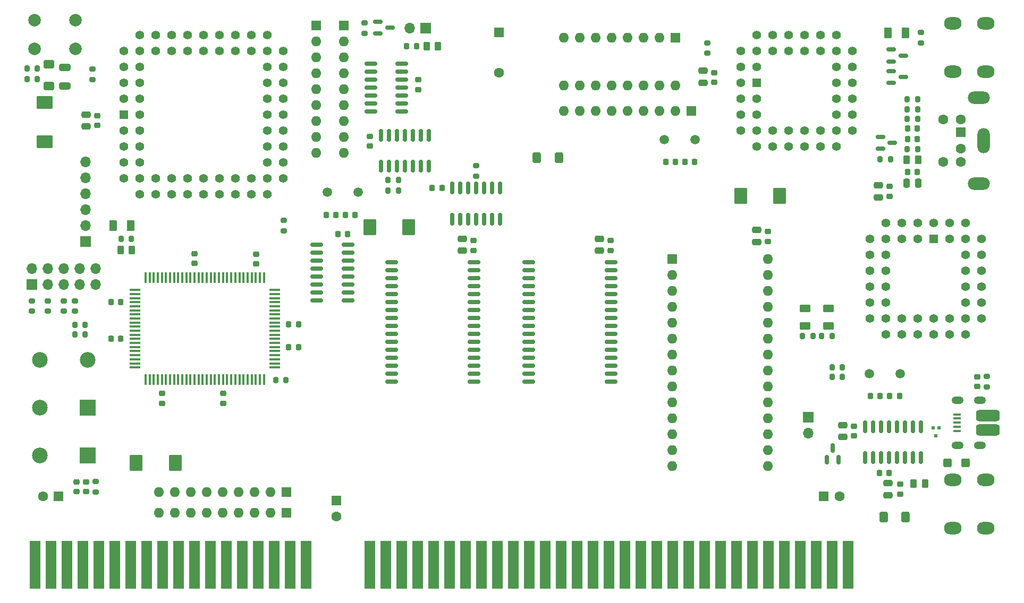
<source format=gbr>
%TF.GenerationSoftware,KiCad,Pcbnew,7.0.2*%
%TF.CreationDate,2024-02-27T21:07:56+01:00*%
%TF.ProjectId,v50_sbc,7635305f-7362-4632-9e6b-696361645f70,rev?*%
%TF.SameCoordinates,Original*%
%TF.FileFunction,Soldermask,Top*%
%TF.FilePolarity,Negative*%
%FSLAX46Y46*%
G04 Gerber Fmt 4.6, Leading zero omitted, Abs format (unit mm)*
G04 Created by KiCad (PCBNEW 7.0.2) date 2024-02-27 21:07:56*
%MOMM*%
%LPD*%
G01*
G04 APERTURE LIST*
G04 Aperture macros list*
%AMRoundRect*
0 Rectangle with rounded corners*
0 $1 Rounding radius*
0 $2 $3 $4 $5 $6 $7 $8 $9 X,Y pos of 4 corners*
0 Add a 4 corners polygon primitive as box body*
4,1,4,$2,$3,$4,$5,$6,$7,$8,$9,$2,$3,0*
0 Add four circle primitives for the rounded corners*
1,1,$1+$1,$2,$3*
1,1,$1+$1,$4,$5*
1,1,$1+$1,$6,$7*
1,1,$1+$1,$8,$9*
0 Add four rect primitives between the rounded corners*
20,1,$1+$1,$2,$3,$4,$5,0*
20,1,$1+$1,$4,$5,$6,$7,0*
20,1,$1+$1,$6,$7,$8,$9,0*
20,1,$1+$1,$8,$9,$2,$3,0*%
G04 Aperture macros list end*
%ADD10RoundRect,0.250000X-0.400000X-0.450000X0.400000X-0.450000X0.400000X0.450000X-0.400000X0.450000X0*%
%ADD11R,1.600000X1.600000*%
%ADD12C,1.600000*%
%ADD13O,1.600000X1.600000*%
%ADD14C,1.500000*%
%ADD15RoundRect,0.225000X0.250000X-0.225000X0.250000X0.225000X-0.250000X0.225000X-0.250000X-0.225000X0*%
%ADD16RoundRect,0.200000X-0.200000X-0.275000X0.200000X-0.275000X0.200000X0.275000X-0.200000X0.275000X0*%
%ADD17O,3.500000X2.000000*%
%ADD18O,2.000000X4.000000*%
%ADD19RoundRect,0.100000X0.100000X-0.775000X0.100000X0.775000X-0.100000X0.775000X-0.100000X-0.775000X0*%
%ADD20RoundRect,0.100000X0.775000X-0.100000X0.775000X0.100000X-0.775000X0.100000X-0.775000X-0.100000X0*%
%ADD21RoundRect,0.200000X-0.275000X0.200000X-0.275000X-0.200000X0.275000X-0.200000X0.275000X0.200000X0*%
%ADD22RoundRect,0.225000X-0.225000X-0.250000X0.225000X-0.250000X0.225000X0.250000X-0.225000X0.250000X0*%
%ADD23RoundRect,0.200000X0.275000X-0.200000X0.275000X0.200000X-0.275000X0.200000X-0.275000X-0.200000X0*%
%ADD24RoundRect,0.200000X0.200000X0.275000X-0.200000X0.275000X-0.200000X-0.275000X0.200000X-0.275000X0*%
%ADD25RoundRect,0.150000X-0.587500X-0.150000X0.587500X-0.150000X0.587500X0.150000X-0.587500X0.150000X0*%
%ADD26RoundRect,0.150000X0.150000X-0.587500X0.150000X0.587500X-0.150000X0.587500X-0.150000X-0.587500X0*%
%ADD27RoundRect,0.250000X-0.787500X-1.025000X0.787500X-1.025000X0.787500X1.025000X-0.787500X1.025000X0*%
%ADD28RoundRect,0.250000X-0.375000X-0.625000X0.375000X-0.625000X0.375000X0.625000X-0.375000X0.625000X0*%
%ADD29RoundRect,0.250000X-0.475000X0.250000X-0.475000X-0.250000X0.475000X-0.250000X0.475000X0.250000X0*%
%ADD30RoundRect,0.225000X-0.250000X0.225000X-0.250000X-0.225000X0.250000X-0.225000X0.250000X0.225000X0*%
%ADD31R,1.700000X1.700000*%
%ADD32O,1.700000X1.700000*%
%ADD33C,2.000000*%
%ADD34RoundRect,0.225000X0.225000X0.250000X-0.225000X0.250000X-0.225000X-0.250000X0.225000X-0.250000X0*%
%ADD35RoundRect,0.250000X-0.625000X0.375000X-0.625000X-0.375000X0.625000X-0.375000X0.625000X0.375000X0*%
%ADD36RoundRect,0.250000X0.475000X-0.250000X0.475000X0.250000X-0.475000X0.250000X-0.475000X-0.250000X0*%
%ADD37RoundRect,0.150000X0.150000X-0.825000X0.150000X0.825000X-0.150000X0.825000X-0.150000X-0.825000X0*%
%ADD38RoundRect,0.150000X-0.825000X-0.150000X0.825000X-0.150000X0.825000X0.150000X-0.825000X0.150000X0*%
%ADD39RoundRect,0.250000X0.787500X1.025000X-0.787500X1.025000X-0.787500X-1.025000X0.787500X-1.025000X0*%
%ADD40RoundRect,0.250000X0.375000X0.625000X-0.375000X0.625000X-0.375000X-0.625000X0.375000X-0.625000X0*%
%ADD41R,1.422400X1.422400*%
%ADD42C,1.422400*%
%ADD43RoundRect,0.250000X0.262500X0.450000X-0.262500X0.450000X-0.262500X-0.450000X0.262500X-0.450000X0*%
%ADD44RoundRect,0.250000X-1.025000X0.787500X-1.025000X-0.787500X1.025000X-0.787500X1.025000X0.787500X0*%
%ADD45RoundRect,0.250000X0.650000X-0.325000X0.650000X0.325000X-0.650000X0.325000X-0.650000X-0.325000X0*%
%ADD46R,1.780000X7.620000*%
%ADD47RoundRect,0.250000X-0.400000X-0.600000X0.400000X-0.600000X0.400000X0.600000X-0.400000X0.600000X0*%
%ADD48R,0.500000X0.600000*%
%ADD49R,1.300000X0.424600*%
%ADD50O,1.900000X1.200000*%
%ADD51RoundRect,0.450000X1.450000X0.450000X-1.450000X0.450000X-1.450000X-0.450000X1.450000X-0.450000X0*%
%ADD52RoundRect,0.250000X-0.600000X0.400000X-0.600000X-0.400000X0.600000X-0.400000X0.600000X0.400000X0*%
%ADD53O,2.800000X2.000000*%
%ADD54RoundRect,0.250000X-0.262500X-0.450000X0.262500X-0.450000X0.262500X0.450000X-0.262500X0.450000X0*%
%ADD55RoundRect,0.250000X0.400000X0.600000X-0.400000X0.600000X-0.400000X-0.600000X0.400000X-0.600000X0*%
%ADD56RoundRect,0.150000X0.825000X0.150000X-0.825000X0.150000X-0.825000X-0.150000X0.825000X-0.150000X0*%
%ADD57R,2.500000X2.500000*%
%ADD58C,2.500000*%
%ADD59RoundRect,0.250000X0.250000X0.475000X-0.250000X0.475000X-0.250000X-0.475000X0.250000X-0.475000X0*%
%ADD60RoundRect,0.150000X-0.875000X-0.150000X0.875000X-0.150000X0.875000X0.150000X-0.875000X0.150000X0*%
G04 APERTURE END LIST*
D10*
%TO.C,D5*%
X185600000Y-108966000D03*
X182700000Y-108966000D03*
%TD*%
D11*
%TO.C,LS1*%
X111252000Y-40279000D03*
D12*
X111252000Y-46779000D03*
%TD*%
D11*
%TO.C,SW2*%
X139304000Y-41148000D03*
D13*
X136764000Y-41148000D03*
X134224000Y-41148000D03*
X131684000Y-41148000D03*
X129144000Y-41148000D03*
X126604000Y-41148000D03*
X124064000Y-41148000D03*
X121524000Y-41148000D03*
X121524000Y-48768000D03*
X124064000Y-48768000D03*
X126604000Y-48768000D03*
X129144000Y-48768000D03*
X131684000Y-48768000D03*
X134224000Y-48768000D03*
X136764000Y-48768000D03*
X139304000Y-48768000D03*
%TD*%
D14*
%TO.C,Y1*%
X83873000Y-65786000D03*
X88773000Y-65786000D03*
%TD*%
D15*
%TO.C,C4*%
X72517000Y-77216000D03*
X72517000Y-75666000D03*
%TD*%
D16*
%TO.C,R11*%
X36005000Y-47752000D03*
X37655000Y-47752000D03*
%TD*%
D11*
%TO.C,RN5*%
X141859000Y-52832000D03*
D13*
X139319000Y-52832000D03*
X136779000Y-52832000D03*
X134239000Y-52832000D03*
X131699000Y-52832000D03*
X129159000Y-52832000D03*
X126619000Y-52832000D03*
X124079000Y-52832000D03*
X121539000Y-52832000D03*
%TD*%
D16*
%TO.C,FB1*%
X176269000Y-54132000D03*
X177919000Y-54132000D03*
%TD*%
D17*
%TO.C,J3*%
X187635000Y-64411000D03*
X187635000Y-50711000D03*
D11*
X184785000Y-56261000D03*
D12*
X184785000Y-58861000D03*
X184785000Y-54161000D03*
X184785000Y-60961000D03*
X181985000Y-54161000D03*
X181985000Y-60961000D03*
D18*
X188435000Y-57561000D03*
%TD*%
D19*
%TO.C,U5*%
X54913296Y-95697295D03*
X55563296Y-95697295D03*
X56213296Y-95697295D03*
X56863296Y-95697295D03*
X57513296Y-95697295D03*
X58163296Y-95697295D03*
X58813296Y-95697295D03*
X59463296Y-95697295D03*
X60113296Y-95697295D03*
X60763296Y-95697295D03*
X61413296Y-95697295D03*
X62063296Y-95697295D03*
X62713296Y-95697295D03*
X63363296Y-95697295D03*
X64013296Y-95697295D03*
X64663296Y-95697295D03*
X65313296Y-95697295D03*
X65963296Y-95697295D03*
X66613296Y-95697295D03*
X67263296Y-95697295D03*
X67913296Y-95697295D03*
X68563296Y-95697295D03*
X69213296Y-95697295D03*
X69863296Y-95697295D03*
X70513296Y-95697295D03*
X71163296Y-95697295D03*
X71813296Y-95697295D03*
X72463296Y-95697295D03*
X73113296Y-95697295D03*
X73763296Y-95697295D03*
D20*
X75463296Y-93747295D03*
X75463296Y-93097295D03*
X75463296Y-92447295D03*
X75463296Y-91797295D03*
X75463296Y-91147295D03*
X75463296Y-90497295D03*
X75463296Y-89847295D03*
X75463296Y-89197295D03*
X75463296Y-88547295D03*
X75463296Y-87897295D03*
X75463296Y-87247295D03*
X75463296Y-86597295D03*
X75463296Y-85947295D03*
X75463296Y-85297295D03*
X75463296Y-84647295D03*
X75463296Y-83997295D03*
X75463296Y-83347295D03*
X75463296Y-82697295D03*
X75463296Y-82047295D03*
X75463296Y-81397295D03*
D19*
X73763296Y-79447295D03*
X73113296Y-79447295D03*
X72463296Y-79447295D03*
X71813296Y-79447295D03*
X71163296Y-79447295D03*
X70513296Y-79447295D03*
X69863296Y-79447295D03*
X69213296Y-79447295D03*
X68563296Y-79447295D03*
X67913296Y-79447295D03*
X67263296Y-79447295D03*
X66613296Y-79447295D03*
X65963296Y-79447295D03*
X65313296Y-79447295D03*
X64663296Y-79447295D03*
X64013296Y-79447295D03*
X63363296Y-79447295D03*
X62713296Y-79447295D03*
X62063296Y-79447295D03*
X61413296Y-79447295D03*
X60763296Y-79447295D03*
X60113296Y-79447295D03*
X59463296Y-79447295D03*
X58813296Y-79447295D03*
X58163296Y-79447295D03*
X57513296Y-79447295D03*
X56863296Y-79447295D03*
X56213296Y-79447295D03*
X55563296Y-79447295D03*
X54913296Y-79447295D03*
D20*
X53213296Y-81397295D03*
X53213296Y-82047295D03*
X53213296Y-82697295D03*
X53213296Y-83347295D03*
X53213296Y-83997295D03*
X53213296Y-84647295D03*
X53213296Y-85297295D03*
X53213296Y-85947295D03*
X53213296Y-86597295D03*
X53213296Y-87247295D03*
X53213296Y-87897295D03*
X53213296Y-88547295D03*
X53213296Y-89197295D03*
X53213296Y-89847295D03*
X53213296Y-90497295D03*
X53213296Y-91147295D03*
X53213296Y-91797295D03*
X53213296Y-92447295D03*
X53213296Y-93097295D03*
X53213296Y-93747295D03*
%TD*%
D21*
%TO.C,R21*%
X43688000Y-83122000D03*
X43688000Y-84772000D03*
%TD*%
D11*
%TO.C,U7*%
X138811000Y-76454000D03*
D13*
X138811000Y-78994000D03*
X138811000Y-81534000D03*
X138811000Y-84074000D03*
X138811000Y-86614000D03*
X138811000Y-89154000D03*
X138811000Y-91694000D03*
X138811000Y-94234000D03*
X138811000Y-96774000D03*
X138811000Y-99314000D03*
X138811000Y-101854000D03*
X138811000Y-104394000D03*
X138811000Y-106934000D03*
X138811000Y-109474000D03*
X154051000Y-109474000D03*
X154051000Y-106934000D03*
X154051000Y-104394000D03*
X154051000Y-101854000D03*
X154051000Y-99314000D03*
X154051000Y-96774000D03*
X154051000Y-94234000D03*
X154051000Y-91694000D03*
X154051000Y-89154000D03*
X154051000Y-86614000D03*
X154051000Y-84074000D03*
X154051000Y-81534000D03*
X154051000Y-78994000D03*
X154051000Y-76454000D03*
%TD*%
D22*
%TO.C,C2*%
X77711000Y-90551000D03*
X79261000Y-90551000D03*
%TD*%
D23*
%TO.C,R9*%
X89789000Y-40449000D03*
X89789000Y-38799000D03*
%TD*%
D24*
%TO.C,R2*%
X45275000Y-88519000D03*
X43625000Y-88519000D03*
%TD*%
D25*
%TO.C,Q2*%
X173743300Y-43058000D03*
X173743300Y-44958000D03*
X175618300Y-44008000D03*
%TD*%
D15*
%TO.C,C12*%
X154051000Y-73625000D03*
X154051000Y-72075000D03*
%TD*%
D26*
%TO.C,D10*%
X163454000Y-108458000D03*
X165354000Y-108458000D03*
X164404000Y-106583000D03*
%TD*%
D11*
%TO.C,RN4*%
X82137000Y-39243000D03*
D13*
X82137000Y-41783000D03*
X82137000Y-44323000D03*
X82137000Y-46863000D03*
X82137000Y-49403000D03*
X82137000Y-51943000D03*
X82137000Y-54483000D03*
X82137000Y-57023000D03*
X82137000Y-59563000D03*
%TD*%
D27*
%TO.C,C37*%
X90638900Y-71374000D03*
X96863900Y-71374000D03*
%TD*%
D28*
%TO.C,D3*%
X173225000Y-40386000D03*
X176025000Y-40386000D03*
%TD*%
D29*
%TO.C,C40*%
X173228000Y-112207000D03*
X173228000Y-114107000D03*
%TD*%
D30*
%TO.C,C45*%
X167767000Y-103111000D03*
X167767000Y-104661000D03*
%TD*%
D31*
%TO.C,J4*%
X36830000Y-80523000D03*
D32*
X36830000Y-77983000D03*
X39370000Y-80523000D03*
X39370000Y-77983000D03*
X41910000Y-80523000D03*
X41910000Y-77983000D03*
X44450000Y-80523000D03*
X44450000Y-77983000D03*
X46990000Y-80523000D03*
X46990000Y-77983000D03*
%TD*%
D33*
%TO.C,SW1*%
X43763000Y-38390000D03*
X37263000Y-38390000D03*
X43763000Y-42890000D03*
X37263000Y-42890000D03*
%TD*%
D22*
%TO.C,C21*%
X137769000Y-60960000D03*
X139319000Y-60960000D03*
%TD*%
D14*
%TO.C,Y2*%
X137594000Y-57404000D03*
X142494000Y-57404000D03*
%TD*%
D11*
%TO.C,RN1*%
X77343000Y-113665000D03*
D13*
X74803000Y-113665000D03*
X72263000Y-113665000D03*
X69723000Y-113665000D03*
X67183000Y-113665000D03*
X64643000Y-113665000D03*
X62103000Y-113665000D03*
X59563000Y-113665000D03*
X57023000Y-113665000D03*
%TD*%
D16*
%TO.C,R25*%
X162624000Y-88773000D03*
X164274000Y-88773000D03*
%TD*%
D30*
%TO.C,C39*%
X45466000Y-112001000D03*
X45466000Y-113551000D03*
%TD*%
D24*
%TO.C,R28*%
X165925000Y-93726000D03*
X164275000Y-93726000D03*
%TD*%
D23*
%TO.C,R17*%
X178435000Y-41973000D03*
X178435000Y-40323000D03*
%TD*%
D15*
%TO.C,C13*%
X129032000Y-75070000D03*
X129032000Y-73520000D03*
%TD*%
D34*
%TO.C,C43*%
X175032000Y-98298000D03*
X173482000Y-98298000D03*
%TD*%
%TO.C,C46*%
X173368000Y-110617000D03*
X171818000Y-110617000D03*
%TD*%
D35*
%TO.C,D6*%
X160020000Y-84325000D03*
X160020000Y-87125000D03*
%TD*%
D34*
%TO.C,C20*%
X85230000Y-69469000D03*
X83680000Y-69469000D03*
%TD*%
D35*
%TO.C,D7*%
X163703000Y-84325000D03*
X163703000Y-87125000D03*
%TD*%
D25*
%TO.C,Q3*%
X173736000Y-46487000D03*
X173736000Y-48387000D03*
X175611000Y-47437000D03*
%TD*%
D31*
%TO.C,JP2*%
X160528000Y-101727000D03*
D32*
X160528000Y-104267000D03*
%TD*%
D36*
%TO.C,C15*%
X152273000Y-73721000D03*
X152273000Y-71821000D03*
%TD*%
D31*
%TO.C,J5*%
X45339000Y-73660000D03*
D32*
X45339000Y-71120000D03*
X45339000Y-68580000D03*
X45339000Y-66040000D03*
X45339000Y-63500000D03*
X45339000Y-60960000D03*
%TD*%
D37*
%TO.C,U12*%
X169545000Y-108139000D03*
X170815000Y-108139000D03*
X172085000Y-108139000D03*
X173355000Y-108139000D03*
X174625000Y-108139000D03*
X175895000Y-108139000D03*
X177165000Y-108139000D03*
X178435000Y-108139000D03*
X178435000Y-103189000D03*
X177165000Y-103189000D03*
X175895000Y-103189000D03*
X174625000Y-103189000D03*
X173355000Y-103189000D03*
X172085000Y-103189000D03*
X170815000Y-103189000D03*
X169545000Y-103189000D03*
%TD*%
D38*
%TO.C,U9*%
X82201500Y-74168000D03*
X82201500Y-75438000D03*
X82201500Y-76708000D03*
X82201500Y-77978000D03*
X82201500Y-79248000D03*
X82201500Y-80518000D03*
X82201500Y-81788000D03*
X82201500Y-83058000D03*
X87151500Y-83058000D03*
X87151500Y-81788000D03*
X87151500Y-80518000D03*
X87151500Y-79248000D03*
X87151500Y-77978000D03*
X87151500Y-76708000D03*
X87151500Y-75438000D03*
X87151500Y-74168000D03*
%TD*%
D34*
%TO.C,C25*%
X98057000Y-42545000D03*
X96507000Y-42545000D03*
%TD*%
D24*
%TO.C,R13*%
X177913800Y-52552600D03*
X176263800Y-52552600D03*
%TD*%
%TO.C,R16*%
X52641000Y-73279000D03*
X50991000Y-73279000D03*
%TD*%
D39*
%TO.C,C36*%
X59627500Y-108966000D03*
X53402500Y-108966000D03*
%TD*%
D40*
%TO.C,D2*%
X52581000Y-71120000D03*
X49781000Y-71120000D03*
%TD*%
D30*
%TO.C,C38*%
X43942000Y-112001000D03*
X43942000Y-113551000D03*
%TD*%
%TO.C,C47*%
X187452000Y-95224000D03*
X187452000Y-96774000D03*
%TD*%
D41*
%TO.C,U6*%
X152273000Y-48387000D03*
D42*
X149733000Y-50927000D03*
X152273000Y-50927000D03*
X149733000Y-53467000D03*
X152273000Y-53467000D03*
X149733000Y-56007000D03*
X152273000Y-58547000D03*
X152273000Y-56007000D03*
X154813000Y-58547000D03*
X154813000Y-56007000D03*
X157353000Y-58547000D03*
X157353000Y-56007000D03*
X159893000Y-58547000D03*
X159893000Y-56007000D03*
X162433000Y-58547000D03*
X162433000Y-56007000D03*
X164973000Y-58547000D03*
X167513000Y-56007000D03*
X164973000Y-56007000D03*
X167513000Y-53467000D03*
X164973000Y-53467000D03*
X167513000Y-50927000D03*
X164973000Y-50927000D03*
X167513000Y-48387000D03*
X164973000Y-48387000D03*
X167513000Y-45847000D03*
X164973000Y-45847000D03*
X167513000Y-43307000D03*
X164973000Y-40767000D03*
X164973000Y-43307000D03*
X162433000Y-40767000D03*
X162433000Y-43307000D03*
X159893000Y-40767000D03*
X159893000Y-43307000D03*
X157353000Y-40767000D03*
X157353000Y-43307000D03*
X154813000Y-40767000D03*
X154813000Y-43307000D03*
X152273000Y-40767000D03*
X149733000Y-43307000D03*
X152273000Y-43307000D03*
X149733000Y-45847000D03*
X152273000Y-45847000D03*
X149733000Y-48387000D03*
%TD*%
D24*
%TO.C,R7*%
X95186000Y-65532000D03*
X93536000Y-65532000D03*
%TD*%
D16*
%TO.C,R4*%
X75629000Y-95758000D03*
X77279000Y-95758000D03*
%TD*%
D31*
%TO.C,JP1*%
X99573000Y-39624000D03*
D32*
X97033000Y-39624000D03*
%TD*%
D21*
%TO.C,R19*%
X39370000Y-83122000D03*
X39370000Y-84772000D03*
%TD*%
D43*
%TO.C,FB5*%
X179093500Y-112268000D03*
X177268500Y-112268000D03*
%TD*%
D44*
%TO.C,C35*%
X38862000Y-51497500D03*
X38862000Y-57722500D03*
%TD*%
D25*
%TO.C,Q1*%
X91948000Y-38613000D03*
X91948000Y-40513000D03*
X93823000Y-39563000D03*
%TD*%
D45*
%TO.C,C26*%
X42037000Y-48846000D03*
X42037000Y-45896000D03*
%TD*%
D34*
%TO.C,C6*%
X50940000Y-83312000D03*
X49390000Y-83312000D03*
%TD*%
D46*
%TO.C,J1*%
X37338000Y-125222000D03*
X39878000Y-125222000D03*
X42418000Y-125222000D03*
X44958000Y-125222000D03*
X47498000Y-125222000D03*
X50038000Y-125222000D03*
X52578000Y-125222000D03*
X55118000Y-125222000D03*
X57658000Y-125222000D03*
X60198000Y-125222000D03*
X62738000Y-125222000D03*
X65278000Y-125222000D03*
X67818000Y-125222000D03*
X70358000Y-125222000D03*
X72898000Y-125222000D03*
X75438000Y-125222000D03*
X77978000Y-125222000D03*
X80518000Y-125222000D03*
X90678000Y-125222000D03*
X93218000Y-125222000D03*
X95758000Y-125222000D03*
X98298000Y-125222000D03*
X100838000Y-125222000D03*
X103378000Y-125222000D03*
X105918000Y-125222000D03*
X108458000Y-125222000D03*
X110998000Y-125222000D03*
X113538000Y-125222000D03*
X116078000Y-125222000D03*
X118618000Y-125222000D03*
X121158000Y-125222000D03*
X123698000Y-125222000D03*
X126238000Y-125222000D03*
X128778000Y-125222000D03*
X131318000Y-125222000D03*
X133858000Y-125222000D03*
X136398000Y-125222000D03*
X138938000Y-125222000D03*
X141478000Y-125222000D03*
X144018000Y-125222000D03*
X146558000Y-125222000D03*
X149098000Y-125222000D03*
X151638000Y-125222000D03*
X154178000Y-125222000D03*
X156718000Y-125222000D03*
X159258000Y-125222000D03*
X161798000Y-125222000D03*
X164338000Y-125222000D03*
X166878000Y-125222000D03*
%TD*%
D29*
%TO.C,C28*%
X45466000Y-53406000D03*
X45466000Y-55306000D03*
%TD*%
D47*
%TO.C,D9*%
X117249000Y-60325000D03*
X120749000Y-60325000D03*
%TD*%
D23*
%TO.C,R23*%
X188976000Y-96824000D03*
X188976000Y-95174000D03*
%TD*%
D34*
%TO.C,C29*%
X177863800Y-62560200D03*
X176313800Y-62560200D03*
%TD*%
D23*
%TO.C,R5*%
X76962000Y-71945000D03*
X76962000Y-70295000D03*
%TD*%
D15*
%TO.C,C34*%
X145542000Y-48273000D03*
X145542000Y-46723000D03*
%TD*%
%TO.C,C11*%
X107188000Y-75070000D03*
X107188000Y-73520000D03*
%TD*%
D16*
%TO.C,FB2*%
X176269000Y-58958000D03*
X177919000Y-58958000D03*
%TD*%
D48*
%TO.C,D4*%
X181356000Y-103378000D03*
X180356000Y-103378000D03*
X180856000Y-104678000D03*
%TD*%
D24*
%TO.C,R27*%
X165925000Y-95250000D03*
X164275000Y-95250000D03*
%TD*%
D23*
%TO.C,FB4*%
X46990000Y-113601000D03*
X46990000Y-111951000D03*
%TD*%
D14*
%TO.C,Y3*%
X175170000Y-94742000D03*
X170270000Y-94742000D03*
%TD*%
D36*
%TO.C,C14*%
X105410000Y-75118000D03*
X105410000Y-73218000D03*
%TD*%
%TO.C,C41*%
X171704000Y-66609000D03*
X171704000Y-64709000D03*
%TD*%
D22*
%TO.C,C50*%
X86728000Y-69469000D03*
X88278000Y-69469000D03*
%TD*%
D30*
%TO.C,C3*%
X67310000Y-97904000D03*
X67310000Y-99454000D03*
%TD*%
D24*
%TO.C,R10*%
X37655000Y-46101000D03*
X36005000Y-46101000D03*
%TD*%
D27*
%TO.C,C49*%
X149731000Y-66421000D03*
X155956000Y-66421000D03*
%TD*%
D34*
%TO.C,C10*%
X87102500Y-72517000D03*
X85552500Y-72517000D03*
%TD*%
D22*
%TO.C,C1*%
X77724000Y-86868000D03*
X79274000Y-86868000D03*
%TD*%
D49*
%TO.C,J2*%
X184237000Y-103851000D03*
X184237000Y-103201000D03*
X184237000Y-102551000D03*
X184237000Y-101901000D03*
X184237000Y-101251000D03*
D50*
X184287000Y-106151000D03*
X187837000Y-106151000D03*
D51*
X189137000Y-103701000D03*
X189137000Y-101401000D03*
D50*
X184287000Y-98951000D03*
X187837000Y-98951000D03*
%TD*%
D30*
%TO.C,C24*%
X90678000Y-56896000D03*
X90678000Y-58446000D03*
%TD*%
D52*
%TO.C,D1*%
X39497000Y-45367000D03*
X39497000Y-48867000D03*
%TD*%
D53*
%TO.C,H1*%
X183540000Y-38898200D03*
X183540000Y-46598200D03*
X188740000Y-38898200D03*
X188740000Y-46598200D03*
%TD*%
D43*
%TO.C,R15*%
X52728500Y-75057000D03*
X50903500Y-75057000D03*
%TD*%
D24*
%TO.C,R6*%
X95186000Y-63881000D03*
X93536000Y-63881000D03*
%TD*%
D22*
%TO.C,C31*%
X176319000Y-57307000D03*
X177869000Y-57307000D03*
%TD*%
D21*
%TO.C,R22*%
X144399000Y-41974000D03*
X144399000Y-43624000D03*
%TD*%
D15*
%TO.C,C5*%
X62738296Y-77160295D03*
X62738296Y-75610295D03*
%TD*%
D11*
%TO.C,RN3*%
X86487000Y-39243000D03*
D13*
X86487000Y-41783000D03*
X86487000Y-44323000D03*
X86487000Y-46863000D03*
X86487000Y-49403000D03*
X86487000Y-51943000D03*
X86487000Y-54483000D03*
X86487000Y-57023000D03*
X86487000Y-59563000D03*
%TD*%
D22*
%TO.C,C22*%
X140830000Y-60960000D03*
X142380000Y-60960000D03*
%TD*%
D54*
%TO.C,R8*%
X99671500Y-42545000D03*
X101496500Y-42545000D03*
%TD*%
D11*
%TO.C,RN2*%
X77343000Y-116967000D03*
D13*
X74803000Y-116967000D03*
X72263000Y-116967000D03*
X69723000Y-116967000D03*
X67183000Y-116967000D03*
X64643000Y-116967000D03*
X62103000Y-116967000D03*
X59563000Y-116967000D03*
X57023000Y-116967000D03*
%TD*%
D24*
%TO.C,R14*%
X177913800Y-50952400D03*
X176263800Y-50952400D03*
%TD*%
D55*
%TO.C,D8*%
X175994000Y-117602000D03*
X172494000Y-117602000D03*
%TD*%
D15*
%TO.C,C42*%
X173482000Y-66434000D03*
X173482000Y-64884000D03*
%TD*%
D56*
%TO.C,U8*%
X95758000Y-52959000D03*
X95758000Y-51689000D03*
X95758000Y-50419000D03*
X95758000Y-49149000D03*
X95758000Y-47879000D03*
X95758000Y-46609000D03*
X95758000Y-45339000D03*
X90808000Y-45339000D03*
X90808000Y-46609000D03*
X90808000Y-47879000D03*
X90808000Y-49149000D03*
X90808000Y-50419000D03*
X90808000Y-51689000D03*
X90808000Y-52959000D03*
%TD*%
D11*
%TO.C,C17*%
X41060380Y-114300000D03*
D12*
X38560380Y-114300000D03*
%TD*%
D25*
%TO.C,Q4*%
X172036500Y-56962000D03*
X172036500Y-58862000D03*
X173911500Y-57912000D03*
%TD*%
D21*
%TO.C,R18*%
X36830000Y-83122000D03*
X36830000Y-84772000D03*
%TD*%
D36*
%TO.C,C16*%
X127254000Y-75118000D03*
X127254000Y-73218000D03*
%TD*%
D24*
%TO.C,R26*%
X173608000Y-60579000D03*
X171958000Y-60579000D03*
%TD*%
D15*
%TO.C,C51*%
X175133000Y-113932000D03*
X175133000Y-112382000D03*
%TD*%
D57*
%TO.C,X1*%
X45720000Y-107823000D03*
X45720000Y-100203000D03*
D58*
X45720000Y-92583000D03*
X38100000Y-92583000D03*
X38100000Y-107823000D03*
X38100000Y-100203000D03*
%TD*%
D30*
%TO.C,C23*%
X98363000Y-47866000D03*
X98363000Y-49416000D03*
%TD*%
D59*
%TO.C,C30*%
X178038800Y-64338200D03*
X176138800Y-64338200D03*
%TD*%
D21*
%TO.C,R12*%
X107569000Y-61593000D03*
X107569000Y-63243000D03*
%TD*%
D34*
%TO.C,C9*%
X102121000Y-65148000D03*
X100571000Y-65148000D03*
%TD*%
D21*
%TO.C,R20*%
X41910000Y-83122000D03*
X41910000Y-84772000D03*
%TD*%
%TO.C,R3*%
X46482000Y-46165000D03*
X46482000Y-47815000D03*
%TD*%
D60*
%TO.C,U3*%
X94107000Y-76962000D03*
X94107000Y-78232000D03*
X94107000Y-79502000D03*
X94107000Y-80772000D03*
X94107000Y-82042000D03*
X94107000Y-83312000D03*
X94107000Y-84582000D03*
X94107000Y-85852000D03*
X94107000Y-87122000D03*
X94107000Y-88392000D03*
X94107000Y-89662000D03*
X94107000Y-90932000D03*
X94107000Y-92202000D03*
X94107000Y-93472000D03*
X94107000Y-94742000D03*
X94107000Y-96012000D03*
X107207000Y-96012000D03*
X107207000Y-94742000D03*
X107207000Y-93472000D03*
X107207000Y-92202000D03*
X107207000Y-90932000D03*
X107207000Y-89662000D03*
X107207000Y-88392000D03*
X107207000Y-87122000D03*
X107207000Y-85852000D03*
X107207000Y-84582000D03*
X107207000Y-83312000D03*
X107207000Y-82042000D03*
X107207000Y-80772000D03*
X107207000Y-79502000D03*
X107207000Y-78232000D03*
X107207000Y-76962000D03*
%TD*%
D24*
%TO.C,R1*%
X45275000Y-86995000D03*
X43625000Y-86995000D03*
%TD*%
D29*
%TO.C,C48*%
X165989000Y-102936000D03*
X165989000Y-104836000D03*
%TD*%
D36*
%TO.C,C33*%
X143764000Y-48321000D03*
X143764000Y-46421000D03*
%TD*%
D43*
%TO.C,FB3*%
X178001300Y-60655200D03*
X176176300Y-60655200D03*
%TD*%
D34*
%TO.C,C7*%
X50940000Y-89154000D03*
X49390000Y-89154000D03*
%TD*%
D11*
%TO.C,C19*%
X162981000Y-114300000D03*
D12*
X165481000Y-114300000D03*
%TD*%
D41*
%TO.C,U1*%
X51435000Y-53467000D03*
D42*
X53975000Y-53467000D03*
X51435000Y-56007000D03*
X53975000Y-56007000D03*
X51435000Y-58547000D03*
X53975000Y-58547000D03*
X51435000Y-61087000D03*
X53975000Y-61087000D03*
X51435000Y-63627000D03*
X53975000Y-66167000D03*
X53975000Y-63627000D03*
X56515000Y-66167000D03*
X56515000Y-63627000D03*
X59055000Y-66167000D03*
X59055000Y-63627000D03*
X61595000Y-66167000D03*
X61595000Y-63627000D03*
X64135000Y-66167000D03*
X64135000Y-63627000D03*
X66675000Y-66167000D03*
X66675000Y-63627000D03*
X69215000Y-66167000D03*
X69215000Y-63627000D03*
X71755000Y-66167000D03*
X71755000Y-63627000D03*
X74295000Y-66167000D03*
X76835000Y-63627000D03*
X74295000Y-63627000D03*
X76835000Y-61087000D03*
X74295000Y-61087000D03*
X76835000Y-58547000D03*
X74295000Y-58547000D03*
X76835000Y-56007000D03*
X74295000Y-56007000D03*
X76835000Y-53467000D03*
X74295000Y-53467000D03*
X76835000Y-50927000D03*
X74295000Y-50927000D03*
X76835000Y-48387000D03*
X74295000Y-48387000D03*
X76835000Y-45847000D03*
X74295000Y-45847000D03*
X76835000Y-43307000D03*
X74295000Y-40767000D03*
X74295000Y-43307000D03*
X71755000Y-40767000D03*
X71755000Y-43307000D03*
X69215000Y-40767000D03*
X69215000Y-43307000D03*
X66675000Y-40767000D03*
X66675000Y-43307000D03*
X64135000Y-40767000D03*
X64135000Y-43307000D03*
X61595000Y-40767000D03*
X61595000Y-43307000D03*
X59055000Y-40767000D03*
X59055000Y-43307000D03*
X56515000Y-40767000D03*
X56515000Y-43307000D03*
X53975000Y-40767000D03*
X51435000Y-43307000D03*
X53975000Y-43307000D03*
X51435000Y-45847000D03*
X53975000Y-45847000D03*
X51435000Y-48387000D03*
X53975000Y-48387000D03*
X51435000Y-50927000D03*
X53975000Y-50927000D03*
%TD*%
D41*
%TO.C,U10*%
X180467000Y-73279000D03*
D42*
X177927000Y-70739000D03*
X177927000Y-73279000D03*
X175387000Y-70739000D03*
X175387000Y-73279000D03*
X172847000Y-70739000D03*
X170307000Y-73279000D03*
X172847000Y-73279000D03*
X170307000Y-75819000D03*
X172847000Y-75819000D03*
X170307000Y-78359000D03*
X172847000Y-78359000D03*
X170307000Y-80899000D03*
X172847000Y-80899000D03*
X170307000Y-83439000D03*
X172847000Y-83439000D03*
X170307000Y-85979000D03*
X172847000Y-88519000D03*
X172847000Y-85979000D03*
X175387000Y-88519000D03*
X175387000Y-85979000D03*
X177927000Y-88519000D03*
X177927000Y-85979000D03*
X180467000Y-88519000D03*
X180467000Y-85979000D03*
X183007000Y-88519000D03*
X183007000Y-85979000D03*
X185547000Y-88519000D03*
X188087000Y-85979000D03*
X185547000Y-85979000D03*
X188087000Y-83439000D03*
X185547000Y-83439000D03*
X188087000Y-80899000D03*
X185547000Y-80899000D03*
X188087000Y-78359000D03*
X185547000Y-78359000D03*
X188087000Y-75819000D03*
X185547000Y-75819000D03*
X188087000Y-73279000D03*
X185547000Y-70739000D03*
X185547000Y-73279000D03*
X183007000Y-70739000D03*
X183007000Y-73279000D03*
X180467000Y-70739000D03*
%TD*%
D30*
%TO.C,C8*%
X57531000Y-97904000D03*
X57531000Y-99454000D03*
%TD*%
D11*
%TO.C,C18*%
X85344000Y-115022621D03*
D12*
X85344000Y-117522621D03*
%TD*%
D37*
%TO.C,U4*%
X103759000Y-70101000D03*
X105029000Y-70101000D03*
X106299000Y-70101000D03*
X107569000Y-70101000D03*
X108839000Y-70101000D03*
X110109000Y-70101000D03*
X111379000Y-70101000D03*
X111379000Y-65151000D03*
X110109000Y-65151000D03*
X108839000Y-65151000D03*
X107569000Y-65151000D03*
X106299000Y-65151000D03*
X105029000Y-65151000D03*
X103759000Y-65151000D03*
%TD*%
D22*
%TO.C,C32*%
X176319000Y-55656000D03*
X177869000Y-55656000D03*
%TD*%
D37*
%TO.C,U11*%
X92456000Y-61657000D03*
X93726000Y-61657000D03*
X94996000Y-61657000D03*
X96266000Y-61657000D03*
X97536000Y-61657000D03*
X98806000Y-61657000D03*
X100076000Y-61657000D03*
X100076000Y-56707000D03*
X98806000Y-56707000D03*
X97536000Y-56707000D03*
X96266000Y-56707000D03*
X94996000Y-56707000D03*
X93726000Y-56707000D03*
X92456000Y-56707000D03*
%TD*%
D34*
%TO.C,C44*%
X171958000Y-98298000D03*
X170408000Y-98298000D03*
%TD*%
D60*
%TO.C,U2*%
X115951000Y-76962000D03*
X115951000Y-78232000D03*
X115951000Y-79502000D03*
X115951000Y-80772000D03*
X115951000Y-82042000D03*
X115951000Y-83312000D03*
X115951000Y-84582000D03*
X115951000Y-85852000D03*
X115951000Y-87122000D03*
X115951000Y-88392000D03*
X115951000Y-89662000D03*
X115951000Y-90932000D03*
X115951000Y-92202000D03*
X115951000Y-93472000D03*
X115951000Y-94742000D03*
X115951000Y-96012000D03*
X129051000Y-96012000D03*
X129051000Y-94742000D03*
X129051000Y-93472000D03*
X129051000Y-92202000D03*
X129051000Y-90932000D03*
X129051000Y-89662000D03*
X129051000Y-88392000D03*
X129051000Y-87122000D03*
X129051000Y-85852000D03*
X129051000Y-84582000D03*
X129051000Y-83312000D03*
X129051000Y-82042000D03*
X129051000Y-80772000D03*
X129051000Y-79502000D03*
X129051000Y-78232000D03*
X129051000Y-76962000D03*
%TD*%
D30*
%TO.C,C27*%
X47244000Y-53581000D03*
X47244000Y-55131000D03*
%TD*%
D53*
%TO.C,H2*%
X183540000Y-111669200D03*
X183540000Y-119369200D03*
X188740000Y-111669200D03*
X188740000Y-119369200D03*
%TD*%
D24*
%TO.C,R24*%
X161226000Y-88773000D03*
X159576000Y-88773000D03*
%TD*%
M02*

</source>
